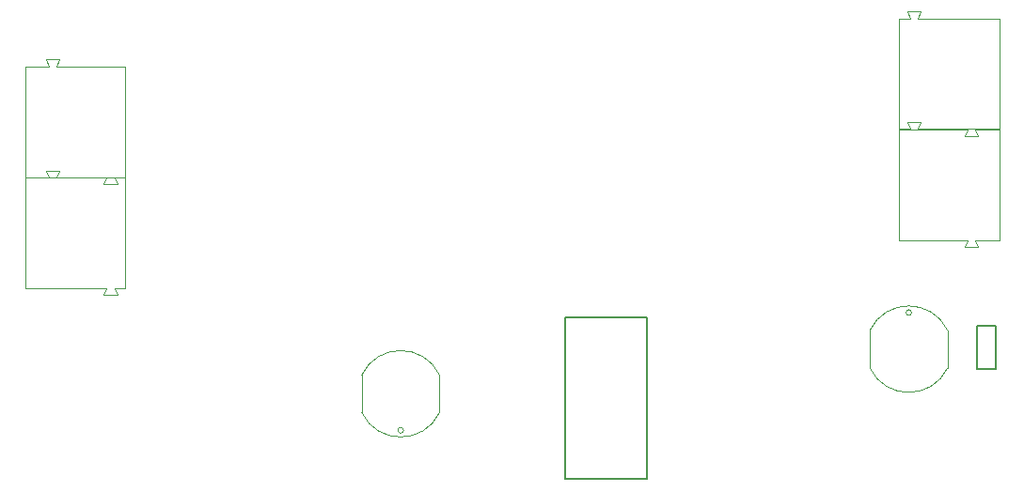
<source format=gbr>
%TF.GenerationSoftware,Altium Limited,Altium Designer,21.6.4 (81)*%
G04 Layer_Color=16711935*
%FSLAX43Y43*%
%MOMM*%
%TF.SameCoordinates,3FCC9EDD-E33D-4AE7-AC82-89E58AA9E509*%
%TF.FilePolarity,Positive*%
%TF.FileFunction,Other,Top_3D_Body*%
%TF.Part,Single*%
G01*
G75*
%TA.AperFunction,NonConductor*%
%ADD85C,0.200*%
%ADD120C,0.100*%
D85*
X50165Y15044D02*
X57465D01*
X50165Y444D02*
Y15044D01*
Y444D02*
X57465D01*
Y15044D01*
X87186Y10369D02*
Y14269D01*
X88886D01*
Y10369D02*
Y14269D01*
X87186Y10369D02*
X88886D01*
D120*
X35581Y4844D02*
G03*
X35581Y4844I-250J0D01*
G01*
X38831Y9844D02*
G03*
X31831Y9844I-3500J-1684D01*
G01*
Y6444D02*
G03*
X38831Y6444I3500J1684D01*
G01*
X84577Y13867D02*
G03*
X77577Y13867I-3500J-1684D01*
G01*
Y10467D02*
G03*
X84577Y10467I3500J1684D01*
G01*
X81327Y15467D02*
G03*
X81327Y15467I-250J0D01*
G01*
X1500Y17671D02*
X8850D01*
X9550D02*
X10500D01*
Y27671D01*
X1500Y17671D02*
Y27671D01*
X3650D01*
X4350D02*
X10500D01*
X3400Y28271D02*
X4600D01*
X3400D02*
X3650Y27671D01*
X4350D02*
X4600Y28271D01*
X9550Y17671D02*
X9800Y17071D01*
X8600D02*
X9800D01*
X8600D02*
X8850Y17671D01*
X31831Y6444D02*
Y9844D01*
X38831Y6444D02*
Y9844D01*
X77577Y10467D02*
Y13867D01*
X84577Y10467D02*
Y13867D01*
X8600Y27075D02*
X8850Y27675D01*
X8600Y27075D02*
X9800D01*
X9550Y27675D02*
X9800Y27075D01*
X4350Y37675D02*
X4600Y38275D01*
X3400D02*
X3650Y37675D01*
X3400Y38275D02*
X4600D01*
X4350Y37675D02*
X10500D01*
X1500D02*
X3650D01*
X1500Y27675D02*
Y37675D01*
X10500Y27675D02*
Y37675D01*
X9550Y27675D02*
X10500D01*
X1500D02*
X8850D01*
X81884Y41997D02*
X89234D01*
X80234D02*
X81184D01*
X80234Y31997D02*
Y41997D01*
X89234Y31997D02*
Y41997D01*
X87084Y31997D02*
X89234D01*
X80234D02*
X86384D01*
X86134Y31397D02*
X87334D01*
X87085Y31997D02*
X87334Y31397D01*
X86134D02*
X86384Y31997D01*
X80935Y42597D02*
X81184Y41997D01*
X80935Y42597D02*
X82135D01*
X81885Y41997D02*
X82135Y42597D01*
X81884Y32015D02*
X89234D01*
X80234D02*
X81184D01*
X80234Y22015D02*
Y32015D01*
X89234Y22015D02*
Y32015D01*
X87084Y22015D02*
X89234D01*
X80234D02*
X86384D01*
X86134Y21415D02*
X87334D01*
X87085Y22015D02*
X87334Y21415D01*
X86134D02*
X86384Y22015D01*
X80935Y32615D02*
X81184Y32015D01*
X80935Y32615D02*
X82135D01*
X81885Y32015D02*
X82135Y32615D01*
%TF.MD5,78876781810d67494fe4c6a281662b85*%
M02*

</source>
